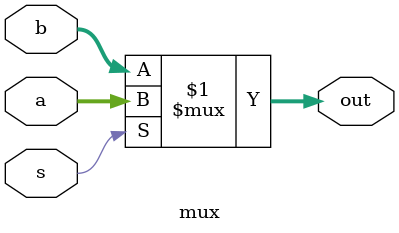
<source format=v>
(* use_dsp = "yes" *)
module mux (input [47:0] a, b, input s, output [47:0] out);
  assign out = s ? a : b;
endmodule

</source>
